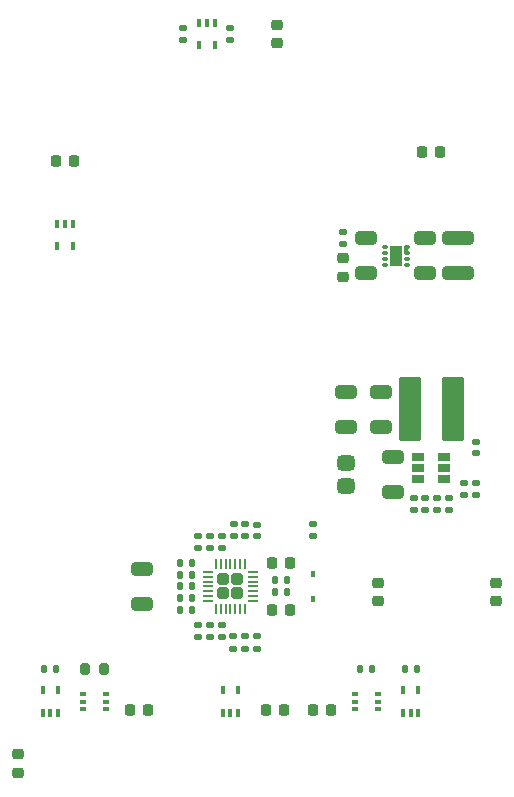
<source format=gtp>
%TF.GenerationSoftware,KiCad,Pcbnew,6.0.11-3.fc37*%
%TF.CreationDate,2023-08-14T12:31:00+01:00*%
%TF.ProjectId,kitchen-led-strips,6b697463-6865-46e2-9d6c-65642d737472,1.0*%
%TF.SameCoordinates,Original*%
%TF.FileFunction,Paste,Top*%
%TF.FilePolarity,Positive*%
%FSLAX46Y46*%
G04 Gerber Fmt 4.6, Leading zero omitted, Abs format (unit mm)*
G04 Created by KiCad (PCBNEW 6.0.11-3.fc37) date 2023-08-14 12:31:00*
%MOMM*%
%LPD*%
G01*
G04 APERTURE LIST*
G04 Aperture macros list*
%AMRoundRect*
0 Rectangle with rounded corners*
0 $1 Rounding radius*
0 $2 $3 $4 $5 $6 $7 $8 $9 X,Y pos of 4 corners*
0 Add a 4 corners polygon primitive as box body*
4,1,4,$2,$3,$4,$5,$6,$7,$8,$9,$2,$3,0*
0 Add four circle primitives for the rounded corners*
1,1,$1+$1,$2,$3*
1,1,$1+$1,$4,$5*
1,1,$1+$1,$6,$7*
1,1,$1+$1,$8,$9*
0 Add four rect primitives between the rounded corners*
20,1,$1+$1,$2,$3,$4,$5,0*
20,1,$1+$1,$4,$5,$6,$7,0*
20,1,$1+$1,$6,$7,$8,$9,0*
20,1,$1+$1,$8,$9,$2,$3,0*%
G04 Aperture macros list end*
%ADD10RoundRect,0.135000X0.185000X-0.135000X0.185000X0.135000X-0.185000X0.135000X-0.185000X-0.135000X0*%
%ADD11RoundRect,0.245000X-0.245000X-0.245000X0.245000X-0.245000X0.245000X0.245000X-0.245000X0.245000X0*%
%ADD12RoundRect,0.050000X-0.362500X-0.050000X0.362500X-0.050000X0.362500X0.050000X-0.362500X0.050000X0*%
%ADD13RoundRect,0.050000X-0.050000X-0.362500X0.050000X-0.362500X0.050000X0.362500X-0.050000X0.362500X0*%
%ADD14RoundRect,0.135000X0.135000X0.185000X-0.135000X0.185000X-0.135000X-0.185000X0.135000X-0.185000X0*%
%ADD15RoundRect,0.250000X-0.650000X0.325000X-0.650000X-0.325000X0.650000X-0.325000X0.650000X0.325000X0*%
%ADD16RoundRect,0.135000X-0.185000X0.135000X-0.185000X-0.135000X0.185000X-0.135000X0.185000X0.135000X0*%
%ADD17R,0.400000X0.650000*%
%ADD18R,0.600000X0.420000*%
%ADD19RoundRect,0.225000X0.225000X0.250000X-0.225000X0.250000X-0.225000X-0.250000X0.225000X-0.250000X0*%
%ADD20RoundRect,0.321250X-0.413750X0.321250X-0.413750X-0.321250X0.413750X-0.321250X0.413750X0.321250X0*%
%ADD21R,0.450000X0.600000*%
%ADD22RoundRect,0.225000X-0.225000X-0.250000X0.225000X-0.250000X0.225000X0.250000X-0.225000X0.250000X0*%
%ADD23RoundRect,0.135000X-0.135000X-0.185000X0.135000X-0.185000X0.135000X0.185000X-0.135000X0.185000X0*%
%ADD24RoundRect,0.185000X0.740000X2.565000X-0.740000X2.565000X-0.740000X-2.565000X0.740000X-2.565000X0*%
%ADD25RoundRect,0.225000X0.250000X-0.225000X0.250000X0.225000X-0.250000X0.225000X-0.250000X-0.225000X0*%
%ADD26RoundRect,0.225000X-0.250000X0.225000X-0.250000X-0.225000X0.250000X-0.225000X0.250000X0.225000X0*%
%ADD27RoundRect,0.200000X-0.200000X-0.275000X0.200000X-0.275000X0.200000X0.275000X-0.200000X0.275000X0*%
%ADD28RoundRect,0.140000X0.170000X-0.140000X0.170000X0.140000X-0.170000X0.140000X-0.170000X-0.140000X0*%
%ADD29R,1.000000X0.700000*%
%ADD30RoundRect,0.250000X1.075000X-0.312500X1.075000X0.312500X-1.075000X0.312500X-1.075000X-0.312500X0*%
%ADD31RoundRect,0.250000X0.650000X-0.325000X0.650000X0.325000X-0.650000X0.325000X-0.650000X-0.325000X0*%
%ADD32RoundRect,0.087500X-0.152500X-0.087500X0.152500X-0.087500X0.152500X0.087500X-0.152500X0.087500X0*%
%ADD33RoundRect,0.095000X-0.095000X-0.155000X0.095000X-0.155000X0.095000X0.155000X-0.095000X0.155000X0*%
%ADD34R,1.020000X1.660000*%
G04 APERTURE END LIST*
D10*
%TO.C,R14*%
X199260000Y-151760000D03*
X199260000Y-150740000D03*
%TD*%
%TO.C,R26*%
X199250000Y-159260000D03*
X199250000Y-158240000D03*
%TD*%
D11*
%TO.C,U3*%
X199410000Y-154410000D03*
X200590000Y-155590000D03*
X200590000Y-154410000D03*
X199410000Y-155590000D03*
D12*
X198062500Y-153800000D03*
X198062500Y-154200000D03*
X198062500Y-154600000D03*
X198062500Y-155000000D03*
X198062500Y-155400000D03*
X198062500Y-155800000D03*
X198062500Y-156200000D03*
D13*
X198800000Y-156937500D03*
X199200000Y-156937500D03*
X199600000Y-156937500D03*
X200000000Y-156937500D03*
X200400000Y-156937500D03*
X200800000Y-156937500D03*
X201200000Y-156937500D03*
D12*
X201937500Y-156200000D03*
X201937500Y-155800000D03*
X201937500Y-155400000D03*
X201937500Y-155000000D03*
X201937500Y-154600000D03*
X201937500Y-154200000D03*
X201937500Y-153800000D03*
D13*
X201200000Y-153062500D03*
X200800000Y-153062500D03*
X200400000Y-153062500D03*
X200000000Y-153062500D03*
X199600000Y-153062500D03*
X199200000Y-153062500D03*
X198800000Y-153062500D03*
%TD*%
D10*
%TO.C,R1*%
X209500000Y-126010000D03*
X209500000Y-124990000D03*
%TD*%
%TO.C,R28*%
X197250000Y-159260000D03*
X197250000Y-158240000D03*
%TD*%
D14*
%TO.C,R21*%
X204780000Y-155500000D03*
X203760000Y-155500000D03*
%TD*%
D15*
%TO.C,C9*%
X209750000Y-138525000D03*
X209750000Y-141475000D03*
%TD*%
D16*
%TO.C,R11*%
X201250000Y-149740000D03*
X201250000Y-150760000D03*
%TD*%
D17*
%TO.C,D5*%
X184100000Y-165700000D03*
X184750000Y-165700000D03*
X185400000Y-165700000D03*
X185400000Y-163800000D03*
X184100000Y-163800000D03*
%TD*%
D18*
%TO.C,Q1*%
X210550000Y-164120000D03*
X210550000Y-164770000D03*
X210550000Y-165420000D03*
X212450000Y-165420000D03*
X212450000Y-164770000D03*
X212450000Y-164120000D03*
%TD*%
D16*
%TO.C,R8*%
X220750000Y-146240000D03*
X220750000Y-147260000D03*
%TD*%
D19*
%TO.C,C17*%
X208525000Y-165500000D03*
X206975000Y-165500000D03*
%TD*%
D20*
%TO.C,FB1*%
X209750000Y-144527500D03*
X209750000Y-146472500D03*
%TD*%
D21*
%TO.C,D3*%
X207000000Y-156050000D03*
X207000000Y-153950000D03*
%TD*%
D22*
%TO.C,C15*%
X191475000Y-165500000D03*
X193025000Y-165500000D03*
%TD*%
D10*
%TO.C,R9*%
X196000000Y-108760000D03*
X196000000Y-107740000D03*
%TD*%
D22*
%TO.C,C16*%
X202975000Y-165500000D03*
X204525000Y-165500000D03*
%TD*%
D14*
%TO.C,R20*%
X204770000Y-154500000D03*
X203750000Y-154500000D03*
%TD*%
D17*
%TO.C,D2*%
X198650000Y-107300000D03*
X198000000Y-107300000D03*
X197350000Y-107300000D03*
X197350000Y-109200000D03*
X198650000Y-109200000D03*
%TD*%
D23*
%TO.C,R22*%
X214740000Y-162000000D03*
X215760000Y-162000000D03*
%TD*%
D10*
%TO.C,R4*%
X216500000Y-148510000D03*
X216500000Y-147490000D03*
%TD*%
D23*
%TO.C,R24*%
X195740000Y-157000000D03*
X196760000Y-157000000D03*
%TD*%
D24*
%TO.C,L1*%
X218825000Y-140000000D03*
X215175000Y-140000000D03*
%TD*%
D10*
%TO.C,R15*%
X198260000Y-151760000D03*
X198260000Y-150740000D03*
%TD*%
D19*
%TO.C,C5*%
X186775000Y-119000000D03*
X185225000Y-119000000D03*
%TD*%
D14*
%TO.C,R17*%
X196760000Y-153000000D03*
X195740000Y-153000000D03*
%TD*%
%TO.C,R32*%
X185260000Y-162000000D03*
X184240000Y-162000000D03*
%TD*%
D25*
%TO.C,C20*%
X222500000Y-156275000D03*
X222500000Y-154725000D03*
%TD*%
D10*
%TO.C,R13*%
X207000000Y-149740000D03*
X207000000Y-150760000D03*
%TD*%
D16*
%TO.C,R30*%
X201250000Y-159240000D03*
X201250000Y-160260000D03*
%TD*%
D22*
%TO.C,C13*%
X203485000Y-153000000D03*
X205035000Y-153000000D03*
%TD*%
%TO.C,C14*%
X203485000Y-157000000D03*
X205035000Y-157000000D03*
%TD*%
D15*
%TO.C,C10*%
X192500000Y-153525000D03*
X192500000Y-156475000D03*
%TD*%
%TO.C,C8*%
X212750000Y-138525000D03*
X212750000Y-141475000D03*
%TD*%
D17*
%TO.C,D6*%
X214600000Y-165700000D03*
X215250000Y-165700000D03*
X215900000Y-165700000D03*
X215900000Y-163800000D03*
X214600000Y-163800000D03*
%TD*%
D10*
%TO.C,R7*%
X219750000Y-147260000D03*
X219750000Y-146240000D03*
%TD*%
D26*
%TO.C,C11*%
X203910000Y-107475000D03*
X203910000Y-109025000D03*
%TD*%
%TO.C,C19*%
X212500000Y-154725000D03*
X212500000Y-156275000D03*
%TD*%
D10*
%TO.C,R25*%
X200250000Y-160260000D03*
X200250000Y-159240000D03*
%TD*%
D22*
%TO.C,C4*%
X216225000Y-118250000D03*
X217775000Y-118250000D03*
%TD*%
D26*
%TO.C,C2*%
X209500000Y-127225000D03*
X209500000Y-128775000D03*
%TD*%
D27*
%TO.C,R33*%
X187675000Y-162000000D03*
X189325000Y-162000000D03*
%TD*%
D16*
%TO.C,R3*%
X215500000Y-147490000D03*
X215500000Y-148510000D03*
%TD*%
%TO.C,R5*%
X217500000Y-147490000D03*
X217500000Y-148510000D03*
%TD*%
D25*
%TO.C,C18*%
X182000000Y-170775000D03*
X182000000Y-169225000D03*
%TD*%
D28*
%TO.C,C12*%
X202250000Y-150730000D03*
X202250000Y-149770000D03*
%TD*%
D18*
%TO.C,Q2*%
X187550000Y-164100000D03*
X187550000Y-164750000D03*
X187550000Y-165400000D03*
X189450000Y-165400000D03*
X189450000Y-164750000D03*
X189450000Y-164100000D03*
%TD*%
D17*
%TO.C,D4*%
X199350000Y-165700000D03*
X200000000Y-165700000D03*
X200650000Y-165700000D03*
X200650000Y-163800000D03*
X199350000Y-163800000D03*
%TD*%
D10*
%TO.C,R27*%
X198250000Y-159260000D03*
X198250000Y-158240000D03*
%TD*%
D17*
%TO.C,D1*%
X186650000Y-124300000D03*
X186000000Y-124300000D03*
X185350000Y-124300000D03*
X185350000Y-126200000D03*
X186650000Y-126200000D03*
%TD*%
D15*
%TO.C,C3*%
X216500000Y-125525000D03*
X216500000Y-128475000D03*
%TD*%
D10*
%TO.C,R10*%
X200000000Y-108760000D03*
X200000000Y-107740000D03*
%TD*%
D14*
%TO.C,R19*%
X196760000Y-155000000D03*
X195740000Y-155000000D03*
%TD*%
D29*
%TO.C,U2*%
X215900000Y-144050000D03*
X215900000Y-145000000D03*
X215900000Y-145950000D03*
X218100000Y-145950000D03*
X218100000Y-145000000D03*
X218100000Y-144050000D03*
%TD*%
D15*
%TO.C,C1*%
X211500000Y-125525000D03*
X211500000Y-128475000D03*
%TD*%
D30*
%TO.C,R2*%
X219250000Y-128462500D03*
X219250000Y-125537500D03*
%TD*%
D10*
%TO.C,R16*%
X197260000Y-151760000D03*
X197260000Y-150740000D03*
%TD*%
D16*
%TO.C,R29*%
X202250000Y-159240000D03*
X202250000Y-160260000D03*
%TD*%
D31*
%TO.C,C6*%
X213750000Y-146975000D03*
X213750000Y-144025000D03*
%TD*%
D14*
%TO.C,R31*%
X196760000Y-156000000D03*
X195740000Y-156000000D03*
%TD*%
D23*
%TO.C,R23*%
X210990000Y-162000000D03*
X212010000Y-162000000D03*
%TD*%
D28*
%TO.C,C7*%
X220750000Y-143730000D03*
X220750000Y-142770000D03*
%TD*%
D16*
%TO.C,R6*%
X218500000Y-147490000D03*
X218500000Y-148510000D03*
%TD*%
D32*
%TO.C,U1*%
X213090000Y-126250000D03*
X213090000Y-126750000D03*
X213090000Y-127250000D03*
X213090000Y-127750000D03*
X214910000Y-127750000D03*
X214910000Y-127250000D03*
X214910000Y-126750000D03*
D33*
X214860000Y-126500000D03*
D32*
X214910000Y-126250000D03*
D34*
X214000000Y-127000000D03*
%TD*%
D16*
%TO.C,R12*%
X200260000Y-149740000D03*
X200260000Y-150760000D03*
%TD*%
D14*
%TO.C,R18*%
X196770000Y-154000000D03*
X195750000Y-154000000D03*
%TD*%
M02*

</source>
